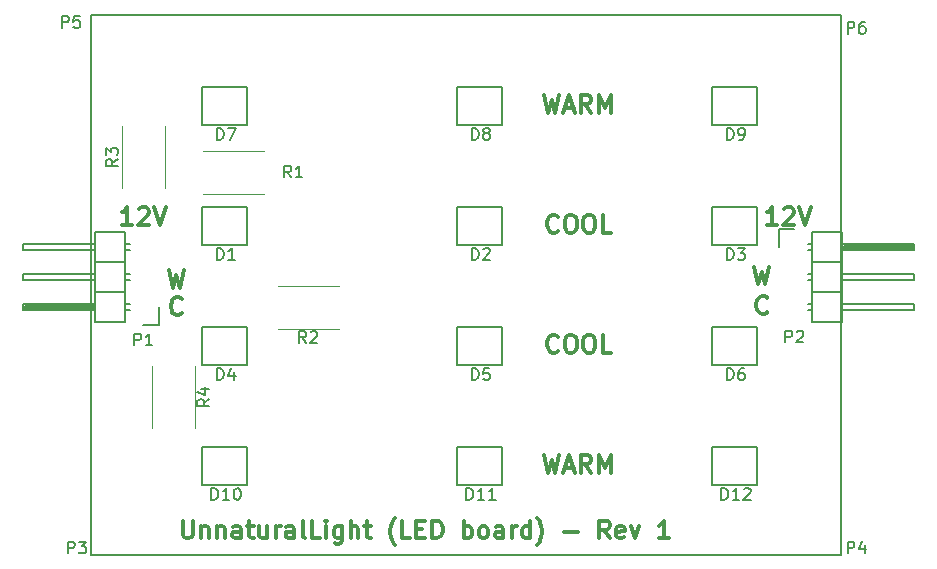
<source format=gto>
G04 #@! TF.FileFunction,Legend,Top*
%FSLAX46Y46*%
G04 Gerber Fmt 4.6, Leading zero omitted, Abs format (unit mm)*
G04 Created by KiCad (PCBNEW 4.0.6+dfsg1-1) date Mon Oct 16 01:04:24 2017*
%MOMM*%
%LPD*%
G01*
G04 APERTURE LIST*
%ADD10C,0.100000*%
%ADD11C,0.300000*%
%ADD12C,0.150000*%
%ADD13C,0.120000*%
G04 APERTURE END LIST*
D10*
D11*
X137964286Y-119678571D02*
X137964286Y-120892857D01*
X138035714Y-121035714D01*
X138107143Y-121107143D01*
X138250000Y-121178571D01*
X138535714Y-121178571D01*
X138678572Y-121107143D01*
X138750000Y-121035714D01*
X138821429Y-120892857D01*
X138821429Y-119678571D01*
X139535715Y-120178571D02*
X139535715Y-121178571D01*
X139535715Y-120321429D02*
X139607143Y-120250000D01*
X139750001Y-120178571D01*
X139964286Y-120178571D01*
X140107143Y-120250000D01*
X140178572Y-120392857D01*
X140178572Y-121178571D01*
X140892858Y-120178571D02*
X140892858Y-121178571D01*
X140892858Y-120321429D02*
X140964286Y-120250000D01*
X141107144Y-120178571D01*
X141321429Y-120178571D01*
X141464286Y-120250000D01*
X141535715Y-120392857D01*
X141535715Y-121178571D01*
X142892858Y-121178571D02*
X142892858Y-120392857D01*
X142821429Y-120250000D01*
X142678572Y-120178571D01*
X142392858Y-120178571D01*
X142250001Y-120250000D01*
X142892858Y-121107143D02*
X142750001Y-121178571D01*
X142392858Y-121178571D01*
X142250001Y-121107143D01*
X142178572Y-120964286D01*
X142178572Y-120821429D01*
X142250001Y-120678571D01*
X142392858Y-120607143D01*
X142750001Y-120607143D01*
X142892858Y-120535714D01*
X143392858Y-120178571D02*
X143964287Y-120178571D01*
X143607144Y-119678571D02*
X143607144Y-120964286D01*
X143678572Y-121107143D01*
X143821430Y-121178571D01*
X143964287Y-121178571D01*
X145107144Y-120178571D02*
X145107144Y-121178571D01*
X144464287Y-120178571D02*
X144464287Y-120964286D01*
X144535715Y-121107143D01*
X144678573Y-121178571D01*
X144892858Y-121178571D01*
X145035715Y-121107143D01*
X145107144Y-121035714D01*
X145821430Y-121178571D02*
X145821430Y-120178571D01*
X145821430Y-120464286D02*
X145892858Y-120321429D01*
X145964287Y-120250000D01*
X146107144Y-120178571D01*
X146250001Y-120178571D01*
X147392858Y-121178571D02*
X147392858Y-120392857D01*
X147321429Y-120250000D01*
X147178572Y-120178571D01*
X146892858Y-120178571D01*
X146750001Y-120250000D01*
X147392858Y-121107143D02*
X147250001Y-121178571D01*
X146892858Y-121178571D01*
X146750001Y-121107143D01*
X146678572Y-120964286D01*
X146678572Y-120821429D01*
X146750001Y-120678571D01*
X146892858Y-120607143D01*
X147250001Y-120607143D01*
X147392858Y-120535714D01*
X148321430Y-121178571D02*
X148178572Y-121107143D01*
X148107144Y-120964286D01*
X148107144Y-119678571D01*
X149607144Y-121178571D02*
X148892858Y-121178571D01*
X148892858Y-119678571D01*
X150107144Y-121178571D02*
X150107144Y-120178571D01*
X150107144Y-119678571D02*
X150035715Y-119750000D01*
X150107144Y-119821429D01*
X150178572Y-119750000D01*
X150107144Y-119678571D01*
X150107144Y-119821429D01*
X151464287Y-120178571D02*
X151464287Y-121392857D01*
X151392858Y-121535714D01*
X151321430Y-121607143D01*
X151178573Y-121678571D01*
X150964287Y-121678571D01*
X150821430Y-121607143D01*
X151464287Y-121107143D02*
X151321430Y-121178571D01*
X151035716Y-121178571D01*
X150892858Y-121107143D01*
X150821430Y-121035714D01*
X150750001Y-120892857D01*
X150750001Y-120464286D01*
X150821430Y-120321429D01*
X150892858Y-120250000D01*
X151035716Y-120178571D01*
X151321430Y-120178571D01*
X151464287Y-120250000D01*
X152178573Y-121178571D02*
X152178573Y-119678571D01*
X152821430Y-121178571D02*
X152821430Y-120392857D01*
X152750001Y-120250000D01*
X152607144Y-120178571D01*
X152392859Y-120178571D01*
X152250001Y-120250000D01*
X152178573Y-120321429D01*
X153321430Y-120178571D02*
X153892859Y-120178571D01*
X153535716Y-119678571D02*
X153535716Y-120964286D01*
X153607144Y-121107143D01*
X153750002Y-121178571D01*
X153892859Y-121178571D01*
X155964287Y-121750000D02*
X155892859Y-121678571D01*
X155750002Y-121464286D01*
X155678573Y-121321429D01*
X155607144Y-121107143D01*
X155535716Y-120750000D01*
X155535716Y-120464286D01*
X155607144Y-120107143D01*
X155678573Y-119892857D01*
X155750002Y-119750000D01*
X155892859Y-119535714D01*
X155964287Y-119464286D01*
X157250002Y-121178571D02*
X156535716Y-121178571D01*
X156535716Y-119678571D01*
X157750002Y-120392857D02*
X158250002Y-120392857D01*
X158464288Y-121178571D02*
X157750002Y-121178571D01*
X157750002Y-119678571D01*
X158464288Y-119678571D01*
X159107145Y-121178571D02*
X159107145Y-119678571D01*
X159464288Y-119678571D01*
X159678573Y-119750000D01*
X159821431Y-119892857D01*
X159892859Y-120035714D01*
X159964288Y-120321429D01*
X159964288Y-120535714D01*
X159892859Y-120821429D01*
X159821431Y-120964286D01*
X159678573Y-121107143D01*
X159464288Y-121178571D01*
X159107145Y-121178571D01*
X161750002Y-121178571D02*
X161750002Y-119678571D01*
X161750002Y-120250000D02*
X161892859Y-120178571D01*
X162178573Y-120178571D01*
X162321430Y-120250000D01*
X162392859Y-120321429D01*
X162464288Y-120464286D01*
X162464288Y-120892857D01*
X162392859Y-121035714D01*
X162321430Y-121107143D01*
X162178573Y-121178571D01*
X161892859Y-121178571D01*
X161750002Y-121107143D01*
X163321431Y-121178571D02*
X163178573Y-121107143D01*
X163107145Y-121035714D01*
X163035716Y-120892857D01*
X163035716Y-120464286D01*
X163107145Y-120321429D01*
X163178573Y-120250000D01*
X163321431Y-120178571D01*
X163535716Y-120178571D01*
X163678573Y-120250000D01*
X163750002Y-120321429D01*
X163821431Y-120464286D01*
X163821431Y-120892857D01*
X163750002Y-121035714D01*
X163678573Y-121107143D01*
X163535716Y-121178571D01*
X163321431Y-121178571D01*
X165107145Y-121178571D02*
X165107145Y-120392857D01*
X165035716Y-120250000D01*
X164892859Y-120178571D01*
X164607145Y-120178571D01*
X164464288Y-120250000D01*
X165107145Y-121107143D02*
X164964288Y-121178571D01*
X164607145Y-121178571D01*
X164464288Y-121107143D01*
X164392859Y-120964286D01*
X164392859Y-120821429D01*
X164464288Y-120678571D01*
X164607145Y-120607143D01*
X164964288Y-120607143D01*
X165107145Y-120535714D01*
X165821431Y-121178571D02*
X165821431Y-120178571D01*
X165821431Y-120464286D02*
X165892859Y-120321429D01*
X165964288Y-120250000D01*
X166107145Y-120178571D01*
X166250002Y-120178571D01*
X167392859Y-121178571D02*
X167392859Y-119678571D01*
X167392859Y-121107143D02*
X167250002Y-121178571D01*
X166964288Y-121178571D01*
X166821430Y-121107143D01*
X166750002Y-121035714D01*
X166678573Y-120892857D01*
X166678573Y-120464286D01*
X166750002Y-120321429D01*
X166821430Y-120250000D01*
X166964288Y-120178571D01*
X167250002Y-120178571D01*
X167392859Y-120250000D01*
X167964288Y-121750000D02*
X168035716Y-121678571D01*
X168178573Y-121464286D01*
X168250002Y-121321429D01*
X168321431Y-121107143D01*
X168392859Y-120750000D01*
X168392859Y-120464286D01*
X168321431Y-120107143D01*
X168250002Y-119892857D01*
X168178573Y-119750000D01*
X168035716Y-119535714D01*
X167964288Y-119464286D01*
X170250002Y-120607143D02*
X171392859Y-120607143D01*
X174107145Y-121178571D02*
X173607145Y-120464286D01*
X173250002Y-121178571D02*
X173250002Y-119678571D01*
X173821430Y-119678571D01*
X173964288Y-119750000D01*
X174035716Y-119821429D01*
X174107145Y-119964286D01*
X174107145Y-120178571D01*
X174035716Y-120321429D01*
X173964288Y-120392857D01*
X173821430Y-120464286D01*
X173250002Y-120464286D01*
X175321430Y-121107143D02*
X175178573Y-121178571D01*
X174892859Y-121178571D01*
X174750002Y-121107143D01*
X174678573Y-120964286D01*
X174678573Y-120392857D01*
X174750002Y-120250000D01*
X174892859Y-120178571D01*
X175178573Y-120178571D01*
X175321430Y-120250000D01*
X175392859Y-120392857D01*
X175392859Y-120535714D01*
X174678573Y-120678571D01*
X175892859Y-120178571D02*
X176250002Y-121178571D01*
X176607144Y-120178571D01*
X179107144Y-121178571D02*
X178250001Y-121178571D01*
X178678573Y-121178571D02*
X178678573Y-119678571D01*
X178535716Y-119892857D01*
X178392858Y-120035714D01*
X178250001Y-120107143D01*
X168557143Y-83633571D02*
X168914286Y-85133571D01*
X169200000Y-84062143D01*
X169485714Y-85133571D01*
X169842857Y-83633571D01*
X170342857Y-84705000D02*
X171057143Y-84705000D01*
X170200000Y-85133571D02*
X170700000Y-83633571D01*
X171200000Y-85133571D01*
X172557143Y-85133571D02*
X172057143Y-84419286D01*
X171700000Y-85133571D02*
X171700000Y-83633571D01*
X172271428Y-83633571D01*
X172414286Y-83705000D01*
X172485714Y-83776429D01*
X172557143Y-83919286D01*
X172557143Y-84133571D01*
X172485714Y-84276429D01*
X172414286Y-84347857D01*
X172271428Y-84419286D01*
X171700000Y-84419286D01*
X173200000Y-85133571D02*
X173200000Y-83633571D01*
X173700000Y-84705000D01*
X174200000Y-83633571D01*
X174200000Y-85133571D01*
D12*
X193675000Y-122555000D02*
X193675000Y-76835000D01*
X130175000Y-122555000D02*
X193675000Y-122555000D01*
X130175000Y-76835000D02*
X130175000Y-122555000D01*
X193675000Y-76835000D02*
X130175000Y-76835000D01*
D11*
X169735714Y-95150714D02*
X169664285Y-95222143D01*
X169449999Y-95293571D01*
X169307142Y-95293571D01*
X169092857Y-95222143D01*
X168949999Y-95079286D01*
X168878571Y-94936429D01*
X168807142Y-94650714D01*
X168807142Y-94436429D01*
X168878571Y-94150714D01*
X168949999Y-94007857D01*
X169092857Y-93865000D01*
X169307142Y-93793571D01*
X169449999Y-93793571D01*
X169664285Y-93865000D01*
X169735714Y-93936429D01*
X170664285Y-93793571D02*
X170949999Y-93793571D01*
X171092857Y-93865000D01*
X171235714Y-94007857D01*
X171307142Y-94293571D01*
X171307142Y-94793571D01*
X171235714Y-95079286D01*
X171092857Y-95222143D01*
X170949999Y-95293571D01*
X170664285Y-95293571D01*
X170521428Y-95222143D01*
X170378571Y-95079286D01*
X170307142Y-94793571D01*
X170307142Y-94293571D01*
X170378571Y-94007857D01*
X170521428Y-93865000D01*
X170664285Y-93793571D01*
X172235714Y-93793571D02*
X172521428Y-93793571D01*
X172664286Y-93865000D01*
X172807143Y-94007857D01*
X172878571Y-94293571D01*
X172878571Y-94793571D01*
X172807143Y-95079286D01*
X172664286Y-95222143D01*
X172521428Y-95293571D01*
X172235714Y-95293571D01*
X172092857Y-95222143D01*
X171950000Y-95079286D01*
X171878571Y-94793571D01*
X171878571Y-94293571D01*
X171950000Y-94007857D01*
X172092857Y-93865000D01*
X172235714Y-93793571D01*
X174235715Y-95293571D02*
X173521429Y-95293571D01*
X173521429Y-93793571D01*
X169735714Y-105310714D02*
X169664285Y-105382143D01*
X169449999Y-105453571D01*
X169307142Y-105453571D01*
X169092857Y-105382143D01*
X168949999Y-105239286D01*
X168878571Y-105096429D01*
X168807142Y-104810714D01*
X168807142Y-104596429D01*
X168878571Y-104310714D01*
X168949999Y-104167857D01*
X169092857Y-104025000D01*
X169307142Y-103953571D01*
X169449999Y-103953571D01*
X169664285Y-104025000D01*
X169735714Y-104096429D01*
X170664285Y-103953571D02*
X170949999Y-103953571D01*
X171092857Y-104025000D01*
X171235714Y-104167857D01*
X171307142Y-104453571D01*
X171307142Y-104953571D01*
X171235714Y-105239286D01*
X171092857Y-105382143D01*
X170949999Y-105453571D01*
X170664285Y-105453571D01*
X170521428Y-105382143D01*
X170378571Y-105239286D01*
X170307142Y-104953571D01*
X170307142Y-104453571D01*
X170378571Y-104167857D01*
X170521428Y-104025000D01*
X170664285Y-103953571D01*
X172235714Y-103953571D02*
X172521428Y-103953571D01*
X172664286Y-104025000D01*
X172807143Y-104167857D01*
X172878571Y-104453571D01*
X172878571Y-104953571D01*
X172807143Y-105239286D01*
X172664286Y-105382143D01*
X172521428Y-105453571D01*
X172235714Y-105453571D01*
X172092857Y-105382143D01*
X171950000Y-105239286D01*
X171878571Y-104953571D01*
X171878571Y-104453571D01*
X171950000Y-104167857D01*
X172092857Y-104025000D01*
X172235714Y-103953571D01*
X174235715Y-105453571D02*
X173521429Y-105453571D01*
X173521429Y-103953571D01*
X168557143Y-114113571D02*
X168914286Y-115613571D01*
X169200000Y-114542143D01*
X169485714Y-115613571D01*
X169842857Y-114113571D01*
X170342857Y-115185000D02*
X171057143Y-115185000D01*
X170200000Y-115613571D02*
X170700000Y-114113571D01*
X171200000Y-115613571D01*
X172557143Y-115613571D02*
X172057143Y-114899286D01*
X171700000Y-115613571D02*
X171700000Y-114113571D01*
X172271428Y-114113571D01*
X172414286Y-114185000D01*
X172485714Y-114256429D01*
X172557143Y-114399286D01*
X172557143Y-114613571D01*
X172485714Y-114756429D01*
X172414286Y-114827857D01*
X172271428Y-114899286D01*
X171700000Y-114899286D01*
X173200000Y-115613571D02*
X173200000Y-114113571D01*
X173700000Y-115185000D01*
X174200000Y-114113571D01*
X174200000Y-115613571D01*
X187464286Y-102035714D02*
X187392857Y-102107143D01*
X187178571Y-102178571D01*
X187035714Y-102178571D01*
X186821429Y-102107143D01*
X186678571Y-101964286D01*
X186607143Y-101821429D01*
X186535714Y-101535714D01*
X186535714Y-101321429D01*
X186607143Y-101035714D01*
X186678571Y-100892857D01*
X186821429Y-100750000D01*
X187035714Y-100678571D01*
X187178571Y-100678571D01*
X187392857Y-100750000D01*
X187464286Y-100821429D01*
X186357143Y-98178571D02*
X186714286Y-99678571D01*
X187000000Y-98607143D01*
X187285714Y-99678571D01*
X187642857Y-98178571D01*
X188301429Y-94658571D02*
X187444286Y-94658571D01*
X187872858Y-94658571D02*
X187872858Y-93158571D01*
X187730001Y-93372857D01*
X187587143Y-93515714D01*
X187444286Y-93587143D01*
X188872857Y-93301429D02*
X188944286Y-93230000D01*
X189087143Y-93158571D01*
X189444286Y-93158571D01*
X189587143Y-93230000D01*
X189658572Y-93301429D01*
X189730000Y-93444286D01*
X189730000Y-93587143D01*
X189658572Y-93801429D01*
X188801429Y-94658571D01*
X189730000Y-94658571D01*
X190158571Y-93158571D02*
X190658571Y-94658571D01*
X191158571Y-93158571D01*
X137878286Y-102135714D02*
X137806857Y-102207143D01*
X137592571Y-102278571D01*
X137449714Y-102278571D01*
X137235429Y-102207143D01*
X137092571Y-102064286D01*
X137021143Y-101921429D01*
X136949714Y-101635714D01*
X136949714Y-101421429D01*
X137021143Y-101135714D01*
X137092571Y-100992857D01*
X137235429Y-100850000D01*
X137449714Y-100778571D01*
X137592571Y-100778571D01*
X137806857Y-100850000D01*
X137878286Y-100921429D01*
X136771143Y-98492571D02*
X137128286Y-99992571D01*
X137414000Y-98921143D01*
X137699714Y-99992571D01*
X138056857Y-98492571D01*
X133691429Y-94658571D02*
X132834286Y-94658571D01*
X133262858Y-94658571D02*
X133262858Y-93158571D01*
X133120001Y-93372857D01*
X132977143Y-93515714D01*
X132834286Y-93587143D01*
X134262857Y-93301429D02*
X134334286Y-93230000D01*
X134477143Y-93158571D01*
X134834286Y-93158571D01*
X134977143Y-93230000D01*
X135048572Y-93301429D01*
X135120000Y-93444286D01*
X135120000Y-93587143D01*
X135048572Y-93801429D01*
X134191429Y-94658571D01*
X135120000Y-94658571D01*
X135548571Y-93158571D02*
X136048571Y-94658571D01*
X136548571Y-93158571D01*
D13*
X136440000Y-86300000D02*
X136440000Y-91500000D01*
X132800000Y-91500000D02*
X132800000Y-86300000D01*
D12*
X135920000Y-103150000D02*
X135920000Y-101600000D01*
X134620000Y-103150000D02*
X135920000Y-103150000D01*
X130429000Y-101727000D02*
X124587000Y-101727000D01*
X124587000Y-101727000D02*
X124587000Y-101473000D01*
X124587000Y-101473000D02*
X130429000Y-101473000D01*
X130429000Y-101473000D02*
X130429000Y-101600000D01*
X130429000Y-101600000D02*
X124587000Y-101600000D01*
X133096000Y-101854000D02*
X133477000Y-101854000D01*
X133096000Y-101346000D02*
X133477000Y-101346000D01*
X133096000Y-99314000D02*
X133477000Y-99314000D01*
X133096000Y-98806000D02*
X133477000Y-98806000D01*
X133096000Y-96774000D02*
X133477000Y-96774000D01*
X133096000Y-96266000D02*
X133477000Y-96266000D01*
X130556000Y-100330000D02*
X130556000Y-102870000D01*
X124460000Y-101346000D02*
X130556000Y-101346000D01*
X124460000Y-101854000D02*
X124460000Y-101346000D01*
X130556000Y-101854000D02*
X124460000Y-101854000D01*
X133096000Y-100330000D02*
X130556000Y-100330000D01*
X133096000Y-102870000D02*
X133096000Y-100330000D01*
X133096000Y-102870000D02*
X130556000Y-102870000D01*
X133096000Y-97790000D02*
X130556000Y-97790000D01*
X133096000Y-97790000D02*
X133096000Y-95250000D01*
X130556000Y-96774000D02*
X124460000Y-96774000D01*
X124460000Y-96774000D02*
X124460000Y-96266000D01*
X124460000Y-96266000D02*
X130556000Y-96266000D01*
X130556000Y-95250000D02*
X130556000Y-97790000D01*
X130556000Y-97790000D02*
X130556000Y-100330000D01*
X124460000Y-98806000D02*
X130556000Y-98806000D01*
X124460000Y-99314000D02*
X124460000Y-98806000D01*
X130556000Y-99314000D02*
X124460000Y-99314000D01*
X133096000Y-97790000D02*
X130556000Y-97790000D01*
X133096000Y-100330000D02*
X133096000Y-97790000D01*
X133096000Y-100330000D02*
X130556000Y-100330000D01*
X133096000Y-95250000D02*
X130556000Y-95250000D01*
X188438000Y-94970000D02*
X188438000Y-96520000D01*
X189738000Y-94970000D02*
X188438000Y-94970000D01*
X193929000Y-96393000D02*
X199771000Y-96393000D01*
X199771000Y-96393000D02*
X199771000Y-96647000D01*
X199771000Y-96647000D02*
X193929000Y-96647000D01*
X193929000Y-96647000D02*
X193929000Y-96520000D01*
X193929000Y-96520000D02*
X199771000Y-96520000D01*
X191262000Y-96266000D02*
X190881000Y-96266000D01*
X191262000Y-96774000D02*
X190881000Y-96774000D01*
X191262000Y-98806000D02*
X190881000Y-98806000D01*
X191262000Y-99314000D02*
X190881000Y-99314000D01*
X191262000Y-101346000D02*
X190881000Y-101346000D01*
X191262000Y-101854000D02*
X190881000Y-101854000D01*
X193802000Y-97790000D02*
X193802000Y-95250000D01*
X199898000Y-96774000D02*
X193802000Y-96774000D01*
X199898000Y-96266000D02*
X199898000Y-96774000D01*
X193802000Y-96266000D02*
X199898000Y-96266000D01*
X191262000Y-97790000D02*
X193802000Y-97790000D01*
X191262000Y-95250000D02*
X191262000Y-97790000D01*
X191262000Y-95250000D02*
X193802000Y-95250000D01*
X191262000Y-100330000D02*
X193802000Y-100330000D01*
X191262000Y-100330000D02*
X191262000Y-102870000D01*
X193802000Y-101346000D02*
X199898000Y-101346000D01*
X199898000Y-101346000D02*
X199898000Y-101854000D01*
X199898000Y-101854000D02*
X193802000Y-101854000D01*
X193802000Y-102870000D02*
X193802000Y-100330000D01*
X193802000Y-100330000D02*
X193802000Y-97790000D01*
X199898000Y-99314000D02*
X193802000Y-99314000D01*
X199898000Y-98806000D02*
X199898000Y-99314000D01*
X193802000Y-98806000D02*
X199898000Y-98806000D01*
X191262000Y-100330000D02*
X193802000Y-100330000D01*
X191262000Y-97790000D02*
X191262000Y-100330000D01*
X191262000Y-97790000D02*
X193802000Y-97790000D01*
X191262000Y-102870000D02*
X193802000Y-102870000D01*
X143319500Y-96329500D02*
X139700000Y-96329500D01*
X139700000Y-96329500D02*
X139636500Y-96329500D01*
X139636500Y-96329500D02*
X139636500Y-93154500D01*
X139636500Y-93154500D02*
X143383000Y-93154500D01*
X143383000Y-93154500D02*
X143383000Y-96329500D01*
X164909500Y-96329500D02*
X161290000Y-96329500D01*
X161290000Y-96329500D02*
X161226500Y-96329500D01*
X161226500Y-96329500D02*
X161226500Y-93154500D01*
X161226500Y-93154500D02*
X164973000Y-93154500D01*
X164973000Y-93154500D02*
X164973000Y-96329500D01*
X186499500Y-96329500D02*
X182880000Y-96329500D01*
X182880000Y-96329500D02*
X182816500Y-96329500D01*
X182816500Y-96329500D02*
X182816500Y-93154500D01*
X182816500Y-93154500D02*
X186563000Y-93154500D01*
X186563000Y-93154500D02*
X186563000Y-96329500D01*
X143319500Y-106489500D02*
X139700000Y-106489500D01*
X139700000Y-106489500D02*
X139636500Y-106489500D01*
X139636500Y-106489500D02*
X139636500Y-103314500D01*
X139636500Y-103314500D02*
X143383000Y-103314500D01*
X143383000Y-103314500D02*
X143383000Y-106489500D01*
X164909500Y-106489500D02*
X161290000Y-106489500D01*
X161290000Y-106489500D02*
X161226500Y-106489500D01*
X161226500Y-106489500D02*
X161226500Y-103314500D01*
X161226500Y-103314500D02*
X164973000Y-103314500D01*
X164973000Y-103314500D02*
X164973000Y-106489500D01*
X186499500Y-106489500D02*
X182880000Y-106489500D01*
X182880000Y-106489500D02*
X182816500Y-106489500D01*
X182816500Y-106489500D02*
X182816500Y-103314500D01*
X182816500Y-103314500D02*
X186563000Y-103314500D01*
X186563000Y-103314500D02*
X186563000Y-106489500D01*
X143319500Y-86169500D02*
X139700000Y-86169500D01*
X139700000Y-86169500D02*
X139636500Y-86169500D01*
X139636500Y-86169500D02*
X139636500Y-82994500D01*
X139636500Y-82994500D02*
X143383000Y-82994500D01*
X143383000Y-82994500D02*
X143383000Y-86169500D01*
X164909500Y-86169500D02*
X161290000Y-86169500D01*
X161290000Y-86169500D02*
X161226500Y-86169500D01*
X161226500Y-86169500D02*
X161226500Y-82994500D01*
X161226500Y-82994500D02*
X164973000Y-82994500D01*
X164973000Y-82994500D02*
X164973000Y-86169500D01*
X186499500Y-86169500D02*
X182880000Y-86169500D01*
X182880000Y-86169500D02*
X182816500Y-86169500D01*
X182816500Y-86169500D02*
X182816500Y-82994500D01*
X182816500Y-82994500D02*
X186563000Y-82994500D01*
X186563000Y-82994500D02*
X186563000Y-86169500D01*
X143319500Y-116649500D02*
X139700000Y-116649500D01*
X139700000Y-116649500D02*
X139636500Y-116649500D01*
X139636500Y-116649500D02*
X139636500Y-113474500D01*
X139636500Y-113474500D02*
X143383000Y-113474500D01*
X143383000Y-113474500D02*
X143383000Y-116649500D01*
X164909500Y-116649500D02*
X161290000Y-116649500D01*
X161290000Y-116649500D02*
X161226500Y-116649500D01*
X161226500Y-116649500D02*
X161226500Y-113474500D01*
X161226500Y-113474500D02*
X164973000Y-113474500D01*
X164973000Y-113474500D02*
X164973000Y-116649500D01*
X186499500Y-116649500D02*
X182880000Y-116649500D01*
X182880000Y-116649500D02*
X182816500Y-116649500D01*
X182816500Y-116649500D02*
X182816500Y-113474500D01*
X182816500Y-113474500D02*
X186563000Y-113474500D01*
X186563000Y-113474500D02*
X186563000Y-116649500D01*
D13*
X144840000Y-91990000D02*
X139640000Y-91990000D01*
X139640000Y-88350000D02*
X144840000Y-88350000D01*
X145990000Y-99780000D02*
X151190000Y-99780000D01*
X151190000Y-103420000D02*
X145990000Y-103420000D01*
X135340000Y-111820000D02*
X135340000Y-106620000D01*
X138980000Y-106620000D02*
X138980000Y-111820000D01*
D12*
X132472381Y-89066666D02*
X131996190Y-89400000D01*
X132472381Y-89638095D02*
X131472381Y-89638095D01*
X131472381Y-89257142D01*
X131520000Y-89161904D01*
X131567619Y-89114285D01*
X131662857Y-89066666D01*
X131805714Y-89066666D01*
X131900952Y-89114285D01*
X131948571Y-89161904D01*
X131996190Y-89257142D01*
X131996190Y-89638095D01*
X131472381Y-88733333D02*
X131472381Y-88114285D01*
X131853333Y-88447619D01*
X131853333Y-88304761D01*
X131900952Y-88209523D01*
X131948571Y-88161904D01*
X132043810Y-88114285D01*
X132281905Y-88114285D01*
X132377143Y-88161904D01*
X132424762Y-88209523D01*
X132472381Y-88304761D01*
X132472381Y-88590476D01*
X132424762Y-88685714D01*
X132377143Y-88733333D01*
X133881905Y-104846381D02*
X133881905Y-103846381D01*
X134262858Y-103846381D01*
X134358096Y-103894000D01*
X134405715Y-103941619D01*
X134453334Y-104036857D01*
X134453334Y-104179714D01*
X134405715Y-104274952D01*
X134358096Y-104322571D01*
X134262858Y-104370190D01*
X133881905Y-104370190D01*
X135405715Y-104846381D02*
X134834286Y-104846381D01*
X135120000Y-104846381D02*
X135120000Y-103846381D01*
X135024762Y-103989238D01*
X134929524Y-104084476D01*
X134834286Y-104132095D01*
X188999905Y-104592381D02*
X188999905Y-103592381D01*
X189380858Y-103592381D01*
X189476096Y-103640000D01*
X189523715Y-103687619D01*
X189571334Y-103782857D01*
X189571334Y-103925714D01*
X189523715Y-104020952D01*
X189476096Y-104068571D01*
X189380858Y-104116190D01*
X188999905Y-104116190D01*
X189952286Y-103687619D02*
X189999905Y-103640000D01*
X190095143Y-103592381D01*
X190333239Y-103592381D01*
X190428477Y-103640000D01*
X190476096Y-103687619D01*
X190523715Y-103782857D01*
X190523715Y-103878095D01*
X190476096Y-104020952D01*
X189904667Y-104592381D01*
X190523715Y-104592381D01*
X128261905Y-122452381D02*
X128261905Y-121452381D01*
X128642858Y-121452381D01*
X128738096Y-121500000D01*
X128785715Y-121547619D01*
X128833334Y-121642857D01*
X128833334Y-121785714D01*
X128785715Y-121880952D01*
X128738096Y-121928571D01*
X128642858Y-121976190D01*
X128261905Y-121976190D01*
X129166667Y-121452381D02*
X129785715Y-121452381D01*
X129452381Y-121833333D01*
X129595239Y-121833333D01*
X129690477Y-121880952D01*
X129738096Y-121928571D01*
X129785715Y-122023810D01*
X129785715Y-122261905D01*
X129738096Y-122357143D01*
X129690477Y-122404762D01*
X129595239Y-122452381D01*
X129309524Y-122452381D01*
X129214286Y-122404762D01*
X129166667Y-122357143D01*
X194261905Y-122452381D02*
X194261905Y-121452381D01*
X194642858Y-121452381D01*
X194738096Y-121500000D01*
X194785715Y-121547619D01*
X194833334Y-121642857D01*
X194833334Y-121785714D01*
X194785715Y-121880952D01*
X194738096Y-121928571D01*
X194642858Y-121976190D01*
X194261905Y-121976190D01*
X195690477Y-121785714D02*
X195690477Y-122452381D01*
X195452381Y-121404762D02*
X195214286Y-122119048D01*
X195833334Y-122119048D01*
X127761905Y-77952381D02*
X127761905Y-76952381D01*
X128142858Y-76952381D01*
X128238096Y-77000000D01*
X128285715Y-77047619D01*
X128333334Y-77142857D01*
X128333334Y-77285714D01*
X128285715Y-77380952D01*
X128238096Y-77428571D01*
X128142858Y-77476190D01*
X127761905Y-77476190D01*
X129238096Y-76952381D02*
X128761905Y-76952381D01*
X128714286Y-77428571D01*
X128761905Y-77380952D01*
X128857143Y-77333333D01*
X129095239Y-77333333D01*
X129190477Y-77380952D01*
X129238096Y-77428571D01*
X129285715Y-77523810D01*
X129285715Y-77761905D01*
X129238096Y-77857143D01*
X129190477Y-77904762D01*
X129095239Y-77952381D01*
X128857143Y-77952381D01*
X128761905Y-77904762D01*
X128714286Y-77857143D01*
X194261905Y-78452381D02*
X194261905Y-77452381D01*
X194642858Y-77452381D01*
X194738096Y-77500000D01*
X194785715Y-77547619D01*
X194833334Y-77642857D01*
X194833334Y-77785714D01*
X194785715Y-77880952D01*
X194738096Y-77928571D01*
X194642858Y-77976190D01*
X194261905Y-77976190D01*
X195690477Y-77452381D02*
X195500000Y-77452381D01*
X195404762Y-77500000D01*
X195357143Y-77547619D01*
X195261905Y-77690476D01*
X195214286Y-77880952D01*
X195214286Y-78261905D01*
X195261905Y-78357143D01*
X195309524Y-78404762D01*
X195404762Y-78452381D01*
X195595239Y-78452381D01*
X195690477Y-78404762D01*
X195738096Y-78357143D01*
X195785715Y-78261905D01*
X195785715Y-78023810D01*
X195738096Y-77928571D01*
X195690477Y-77880952D01*
X195595239Y-77833333D01*
X195404762Y-77833333D01*
X195309524Y-77880952D01*
X195261905Y-77928571D01*
X195214286Y-78023810D01*
X140866905Y-97607381D02*
X140866905Y-96607381D01*
X141105000Y-96607381D01*
X141247858Y-96655000D01*
X141343096Y-96750238D01*
X141390715Y-96845476D01*
X141438334Y-97035952D01*
X141438334Y-97178810D01*
X141390715Y-97369286D01*
X141343096Y-97464524D01*
X141247858Y-97559762D01*
X141105000Y-97607381D01*
X140866905Y-97607381D01*
X142390715Y-97607381D02*
X141819286Y-97607381D01*
X142105000Y-97607381D02*
X142105000Y-96607381D01*
X142009762Y-96750238D01*
X141914524Y-96845476D01*
X141819286Y-96893095D01*
X162456905Y-97607381D02*
X162456905Y-96607381D01*
X162695000Y-96607381D01*
X162837858Y-96655000D01*
X162933096Y-96750238D01*
X162980715Y-96845476D01*
X163028334Y-97035952D01*
X163028334Y-97178810D01*
X162980715Y-97369286D01*
X162933096Y-97464524D01*
X162837858Y-97559762D01*
X162695000Y-97607381D01*
X162456905Y-97607381D01*
X163409286Y-96702619D02*
X163456905Y-96655000D01*
X163552143Y-96607381D01*
X163790239Y-96607381D01*
X163885477Y-96655000D01*
X163933096Y-96702619D01*
X163980715Y-96797857D01*
X163980715Y-96893095D01*
X163933096Y-97035952D01*
X163361667Y-97607381D01*
X163980715Y-97607381D01*
X184046905Y-97607381D02*
X184046905Y-96607381D01*
X184285000Y-96607381D01*
X184427858Y-96655000D01*
X184523096Y-96750238D01*
X184570715Y-96845476D01*
X184618334Y-97035952D01*
X184618334Y-97178810D01*
X184570715Y-97369286D01*
X184523096Y-97464524D01*
X184427858Y-97559762D01*
X184285000Y-97607381D01*
X184046905Y-97607381D01*
X184951667Y-96607381D02*
X185570715Y-96607381D01*
X185237381Y-96988333D01*
X185380239Y-96988333D01*
X185475477Y-97035952D01*
X185523096Y-97083571D01*
X185570715Y-97178810D01*
X185570715Y-97416905D01*
X185523096Y-97512143D01*
X185475477Y-97559762D01*
X185380239Y-97607381D01*
X185094524Y-97607381D01*
X184999286Y-97559762D01*
X184951667Y-97512143D01*
X140866905Y-107767381D02*
X140866905Y-106767381D01*
X141105000Y-106767381D01*
X141247858Y-106815000D01*
X141343096Y-106910238D01*
X141390715Y-107005476D01*
X141438334Y-107195952D01*
X141438334Y-107338810D01*
X141390715Y-107529286D01*
X141343096Y-107624524D01*
X141247858Y-107719762D01*
X141105000Y-107767381D01*
X140866905Y-107767381D01*
X142295477Y-107100714D02*
X142295477Y-107767381D01*
X142057381Y-106719762D02*
X141819286Y-107434048D01*
X142438334Y-107434048D01*
X162456905Y-107767381D02*
X162456905Y-106767381D01*
X162695000Y-106767381D01*
X162837858Y-106815000D01*
X162933096Y-106910238D01*
X162980715Y-107005476D01*
X163028334Y-107195952D01*
X163028334Y-107338810D01*
X162980715Y-107529286D01*
X162933096Y-107624524D01*
X162837858Y-107719762D01*
X162695000Y-107767381D01*
X162456905Y-107767381D01*
X163933096Y-106767381D02*
X163456905Y-106767381D01*
X163409286Y-107243571D01*
X163456905Y-107195952D01*
X163552143Y-107148333D01*
X163790239Y-107148333D01*
X163885477Y-107195952D01*
X163933096Y-107243571D01*
X163980715Y-107338810D01*
X163980715Y-107576905D01*
X163933096Y-107672143D01*
X163885477Y-107719762D01*
X163790239Y-107767381D01*
X163552143Y-107767381D01*
X163456905Y-107719762D01*
X163409286Y-107672143D01*
X184046905Y-107767381D02*
X184046905Y-106767381D01*
X184285000Y-106767381D01*
X184427858Y-106815000D01*
X184523096Y-106910238D01*
X184570715Y-107005476D01*
X184618334Y-107195952D01*
X184618334Y-107338810D01*
X184570715Y-107529286D01*
X184523096Y-107624524D01*
X184427858Y-107719762D01*
X184285000Y-107767381D01*
X184046905Y-107767381D01*
X185475477Y-106767381D02*
X185285000Y-106767381D01*
X185189762Y-106815000D01*
X185142143Y-106862619D01*
X185046905Y-107005476D01*
X184999286Y-107195952D01*
X184999286Y-107576905D01*
X185046905Y-107672143D01*
X185094524Y-107719762D01*
X185189762Y-107767381D01*
X185380239Y-107767381D01*
X185475477Y-107719762D01*
X185523096Y-107672143D01*
X185570715Y-107576905D01*
X185570715Y-107338810D01*
X185523096Y-107243571D01*
X185475477Y-107195952D01*
X185380239Y-107148333D01*
X185189762Y-107148333D01*
X185094524Y-107195952D01*
X185046905Y-107243571D01*
X184999286Y-107338810D01*
X140866905Y-87447381D02*
X140866905Y-86447381D01*
X141105000Y-86447381D01*
X141247858Y-86495000D01*
X141343096Y-86590238D01*
X141390715Y-86685476D01*
X141438334Y-86875952D01*
X141438334Y-87018810D01*
X141390715Y-87209286D01*
X141343096Y-87304524D01*
X141247858Y-87399762D01*
X141105000Y-87447381D01*
X140866905Y-87447381D01*
X141771667Y-86447381D02*
X142438334Y-86447381D01*
X142009762Y-87447381D01*
X162456905Y-87447381D02*
X162456905Y-86447381D01*
X162695000Y-86447381D01*
X162837858Y-86495000D01*
X162933096Y-86590238D01*
X162980715Y-86685476D01*
X163028334Y-86875952D01*
X163028334Y-87018810D01*
X162980715Y-87209286D01*
X162933096Y-87304524D01*
X162837858Y-87399762D01*
X162695000Y-87447381D01*
X162456905Y-87447381D01*
X163599762Y-86875952D02*
X163504524Y-86828333D01*
X163456905Y-86780714D01*
X163409286Y-86685476D01*
X163409286Y-86637857D01*
X163456905Y-86542619D01*
X163504524Y-86495000D01*
X163599762Y-86447381D01*
X163790239Y-86447381D01*
X163885477Y-86495000D01*
X163933096Y-86542619D01*
X163980715Y-86637857D01*
X163980715Y-86685476D01*
X163933096Y-86780714D01*
X163885477Y-86828333D01*
X163790239Y-86875952D01*
X163599762Y-86875952D01*
X163504524Y-86923571D01*
X163456905Y-86971190D01*
X163409286Y-87066429D01*
X163409286Y-87256905D01*
X163456905Y-87352143D01*
X163504524Y-87399762D01*
X163599762Y-87447381D01*
X163790239Y-87447381D01*
X163885477Y-87399762D01*
X163933096Y-87352143D01*
X163980715Y-87256905D01*
X163980715Y-87066429D01*
X163933096Y-86971190D01*
X163885477Y-86923571D01*
X163790239Y-86875952D01*
X184046905Y-87447381D02*
X184046905Y-86447381D01*
X184285000Y-86447381D01*
X184427858Y-86495000D01*
X184523096Y-86590238D01*
X184570715Y-86685476D01*
X184618334Y-86875952D01*
X184618334Y-87018810D01*
X184570715Y-87209286D01*
X184523096Y-87304524D01*
X184427858Y-87399762D01*
X184285000Y-87447381D01*
X184046905Y-87447381D01*
X185094524Y-87447381D02*
X185285000Y-87447381D01*
X185380239Y-87399762D01*
X185427858Y-87352143D01*
X185523096Y-87209286D01*
X185570715Y-87018810D01*
X185570715Y-86637857D01*
X185523096Y-86542619D01*
X185475477Y-86495000D01*
X185380239Y-86447381D01*
X185189762Y-86447381D01*
X185094524Y-86495000D01*
X185046905Y-86542619D01*
X184999286Y-86637857D01*
X184999286Y-86875952D01*
X185046905Y-86971190D01*
X185094524Y-87018810D01*
X185189762Y-87066429D01*
X185380239Y-87066429D01*
X185475477Y-87018810D01*
X185523096Y-86971190D01*
X185570715Y-86875952D01*
X140390714Y-117927381D02*
X140390714Y-116927381D01*
X140628809Y-116927381D01*
X140771667Y-116975000D01*
X140866905Y-117070238D01*
X140914524Y-117165476D01*
X140962143Y-117355952D01*
X140962143Y-117498810D01*
X140914524Y-117689286D01*
X140866905Y-117784524D01*
X140771667Y-117879762D01*
X140628809Y-117927381D01*
X140390714Y-117927381D01*
X141914524Y-117927381D02*
X141343095Y-117927381D01*
X141628809Y-117927381D02*
X141628809Y-116927381D01*
X141533571Y-117070238D01*
X141438333Y-117165476D01*
X141343095Y-117213095D01*
X142533571Y-116927381D02*
X142628810Y-116927381D01*
X142724048Y-116975000D01*
X142771667Y-117022619D01*
X142819286Y-117117857D01*
X142866905Y-117308333D01*
X142866905Y-117546429D01*
X142819286Y-117736905D01*
X142771667Y-117832143D01*
X142724048Y-117879762D01*
X142628810Y-117927381D01*
X142533571Y-117927381D01*
X142438333Y-117879762D01*
X142390714Y-117832143D01*
X142343095Y-117736905D01*
X142295476Y-117546429D01*
X142295476Y-117308333D01*
X142343095Y-117117857D01*
X142390714Y-117022619D01*
X142438333Y-116975000D01*
X142533571Y-116927381D01*
X161980714Y-117927381D02*
X161980714Y-116927381D01*
X162218809Y-116927381D01*
X162361667Y-116975000D01*
X162456905Y-117070238D01*
X162504524Y-117165476D01*
X162552143Y-117355952D01*
X162552143Y-117498810D01*
X162504524Y-117689286D01*
X162456905Y-117784524D01*
X162361667Y-117879762D01*
X162218809Y-117927381D01*
X161980714Y-117927381D01*
X163504524Y-117927381D02*
X162933095Y-117927381D01*
X163218809Y-117927381D02*
X163218809Y-116927381D01*
X163123571Y-117070238D01*
X163028333Y-117165476D01*
X162933095Y-117213095D01*
X164456905Y-117927381D02*
X163885476Y-117927381D01*
X164171190Y-117927381D02*
X164171190Y-116927381D01*
X164075952Y-117070238D01*
X163980714Y-117165476D01*
X163885476Y-117213095D01*
X183570714Y-117927381D02*
X183570714Y-116927381D01*
X183808809Y-116927381D01*
X183951667Y-116975000D01*
X184046905Y-117070238D01*
X184094524Y-117165476D01*
X184142143Y-117355952D01*
X184142143Y-117498810D01*
X184094524Y-117689286D01*
X184046905Y-117784524D01*
X183951667Y-117879762D01*
X183808809Y-117927381D01*
X183570714Y-117927381D01*
X185094524Y-117927381D02*
X184523095Y-117927381D01*
X184808809Y-117927381D02*
X184808809Y-116927381D01*
X184713571Y-117070238D01*
X184618333Y-117165476D01*
X184523095Y-117213095D01*
X185475476Y-117022619D02*
X185523095Y-116975000D01*
X185618333Y-116927381D01*
X185856429Y-116927381D01*
X185951667Y-116975000D01*
X185999286Y-117022619D01*
X186046905Y-117117857D01*
X186046905Y-117213095D01*
X185999286Y-117355952D01*
X185427857Y-117927381D01*
X186046905Y-117927381D01*
X147153334Y-90622381D02*
X146820000Y-90146190D01*
X146581905Y-90622381D02*
X146581905Y-89622381D01*
X146962858Y-89622381D01*
X147058096Y-89670000D01*
X147105715Y-89717619D01*
X147153334Y-89812857D01*
X147153334Y-89955714D01*
X147105715Y-90050952D01*
X147058096Y-90098571D01*
X146962858Y-90146190D01*
X146581905Y-90146190D01*
X148105715Y-90622381D02*
X147534286Y-90622381D01*
X147820000Y-90622381D02*
X147820000Y-89622381D01*
X147724762Y-89765238D01*
X147629524Y-89860476D01*
X147534286Y-89908095D01*
X148423334Y-104652381D02*
X148090000Y-104176190D01*
X147851905Y-104652381D02*
X147851905Y-103652381D01*
X148232858Y-103652381D01*
X148328096Y-103700000D01*
X148375715Y-103747619D01*
X148423334Y-103842857D01*
X148423334Y-103985714D01*
X148375715Y-104080952D01*
X148328096Y-104128571D01*
X148232858Y-104176190D01*
X147851905Y-104176190D01*
X148804286Y-103747619D02*
X148851905Y-103700000D01*
X148947143Y-103652381D01*
X149185239Y-103652381D01*
X149280477Y-103700000D01*
X149328096Y-103747619D01*
X149375715Y-103842857D01*
X149375715Y-103938095D01*
X149328096Y-104080952D01*
X148756667Y-104652381D01*
X149375715Y-104652381D01*
X140212381Y-109386666D02*
X139736190Y-109720000D01*
X140212381Y-109958095D02*
X139212381Y-109958095D01*
X139212381Y-109577142D01*
X139260000Y-109481904D01*
X139307619Y-109434285D01*
X139402857Y-109386666D01*
X139545714Y-109386666D01*
X139640952Y-109434285D01*
X139688571Y-109481904D01*
X139736190Y-109577142D01*
X139736190Y-109958095D01*
X139545714Y-108529523D02*
X140212381Y-108529523D01*
X139164762Y-108767619D02*
X139879048Y-109005714D01*
X139879048Y-108386666D01*
M02*

</source>
